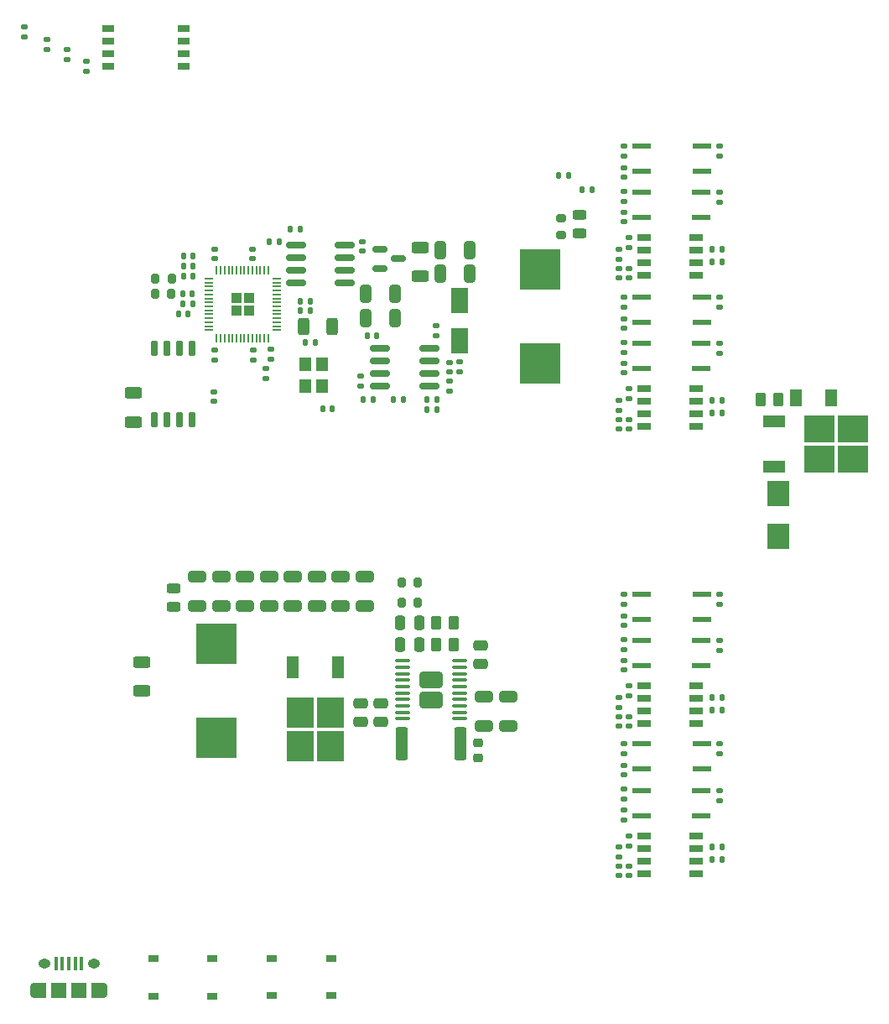
<source format=gbr>
%TF.GenerationSoftware,KiCad,Pcbnew,(6.0.4-0)*%
%TF.CreationDate,2022-08-06T14:41:30-04:00*%
%TF.ProjectId,QuarkCncQuadDriver,51756172-6b43-46e6-9351-756164447269,rev?*%
%TF.SameCoordinates,Original*%
%TF.FileFunction,Paste,Top*%
%TF.FilePolarity,Positive*%
%FSLAX46Y46*%
G04 Gerber Fmt 4.6, Leading zero omitted, Abs format (unit mm)*
G04 Created by KiCad (PCBNEW (6.0.4-0)) date 2022-08-06 14:41:30*
%MOMM*%
%LPD*%
G01*
G04 APERTURE LIST*
G04 Aperture macros list*
%AMRoundRect*
0 Rectangle with rounded corners*
0 $1 Rounding radius*
0 $2 $3 $4 $5 $6 $7 $8 $9 X,Y pos of 4 corners*
0 Add a 4 corners polygon primitive as box body*
4,1,4,$2,$3,$4,$5,$6,$7,$8,$9,$2,$3,0*
0 Add four circle primitives for the rounded corners*
1,1,$1+$1,$2,$3*
1,1,$1+$1,$4,$5*
1,1,$1+$1,$6,$7*
1,1,$1+$1,$8,$9*
0 Add four rect primitives between the rounded corners*
20,1,$1+$1,$2,$3,$4,$5,0*
20,1,$1+$1,$4,$5,$6,$7,0*
20,1,$1+$1,$6,$7,$8,$9,0*
20,1,$1+$1,$8,$9,$2,$3,0*%
G04 Aperture macros list end*
%ADD10RoundRect,0.250000X0.262500X0.450000X-0.262500X0.450000X-0.262500X-0.450000X0.262500X-0.450000X0*%
%ADD11RoundRect,0.250000X0.650000X-0.325000X0.650000X0.325000X-0.650000X0.325000X-0.650000X-0.325000X0*%
%ADD12RoundRect,0.135000X0.135000X0.185000X-0.135000X0.185000X-0.135000X-0.185000X0.135000X-0.185000X0*%
%ADD13R,1.200000X1.400000*%
%ADD14RoundRect,0.135000X-0.185000X0.135000X-0.185000X-0.135000X0.185000X-0.135000X0.185000X0.135000X0*%
%ADD15RoundRect,0.140000X0.140000X0.170000X-0.140000X0.170000X-0.140000X-0.170000X0.140000X-0.170000X0*%
%ADD16RoundRect,0.243750X-0.456250X0.243750X-0.456250X-0.243750X0.456250X-0.243750X0.456250X0.243750X0*%
%ADD17RoundRect,0.200000X-0.200000X-0.275000X0.200000X-0.275000X0.200000X0.275000X-0.200000X0.275000X0*%
%ADD18RoundRect,0.140000X0.170000X-0.140000X0.170000X0.140000X-0.170000X0.140000X-0.170000X-0.140000X0*%
%ADD19RoundRect,0.135000X0.185000X-0.135000X0.185000X0.135000X-0.185000X0.135000X-0.185000X-0.135000X0*%
%ADD20RoundRect,0.250000X-0.262500X-0.450000X0.262500X-0.450000X0.262500X0.450000X-0.262500X0.450000X0*%
%ADD21RoundRect,0.135000X-0.135000X-0.185000X0.135000X-0.185000X0.135000X0.185000X-0.135000X0.185000X0*%
%ADD22RoundRect,0.250000X-0.312500X-0.625000X0.312500X-0.625000X0.312500X0.625000X-0.312500X0.625000X0*%
%ADD23RoundRect,0.250000X-0.325000X-0.650000X0.325000X-0.650000X0.325000X0.650000X-0.325000X0.650000X0*%
%ADD24R,1.800000X2.500000*%
%ADD25RoundRect,0.250000X-0.650000X0.325000X-0.650000X-0.325000X0.650000X-0.325000X0.650000X0.325000X0*%
%ADD26RoundRect,0.140000X-0.170000X0.140000X-0.170000X-0.140000X0.170000X-0.140000X0.170000X0.140000X0*%
%ADD27RoundRect,0.250000X0.475000X-0.250000X0.475000X0.250000X-0.475000X0.250000X-0.475000X-0.250000X0*%
%ADD28RoundRect,0.140000X-0.140000X-0.170000X0.140000X-0.170000X0.140000X0.170000X-0.140000X0.170000X0*%
%ADD29RoundRect,0.041300X0.923700X0.253700X-0.923700X0.253700X-0.923700X-0.253700X0.923700X-0.253700X0*%
%ADD30RoundRect,0.250000X0.625000X-0.312500X0.625000X0.312500X-0.625000X0.312500X-0.625000X-0.312500X0*%
%ADD31R,1.450000X0.800000*%
%ADD32RoundRect,0.150000X-0.825000X-0.150000X0.825000X-0.150000X0.825000X0.150000X-0.825000X0.150000X0*%
%ADD33RoundRect,0.250000X0.292217X-0.292217X0.292217X0.292217X-0.292217X0.292217X-0.292217X-0.292217X0*%
%ADD34RoundRect,0.050000X0.050000X-0.387500X0.050000X0.387500X-0.050000X0.387500X-0.050000X-0.387500X0*%
%ADD35RoundRect,0.050000X0.387500X-0.050000X0.387500X0.050000X-0.387500X0.050000X-0.387500X-0.050000X0*%
%ADD36RoundRect,0.250001X0.899999X0.554999X-0.899999X0.554999X-0.899999X-0.554999X0.899999X-0.554999X0*%
%ADD37RoundRect,0.100000X0.637500X0.100000X-0.637500X0.100000X-0.637500X-0.100000X0.637500X-0.100000X0*%
%ADD38R,3.050000X2.750000*%
%ADD39R,2.200000X1.200000*%
%ADD40R,1.270000X0.762000*%
%ADD41R,2.750000X3.050000*%
%ADD42R,1.200000X2.200000*%
%ADD43R,1.000000X0.750000*%
%ADD44RoundRect,0.250000X-0.625000X0.312500X-0.625000X-0.312500X0.625000X-0.312500X0.625000X0.312500X0*%
%ADD45RoundRect,0.225000X-0.250000X0.225000X-0.250000X-0.225000X0.250000X-0.225000X0.250000X0.225000X0*%
%ADD46R,4.100000X4.100000*%
%ADD47RoundRect,0.200000X-0.275000X0.200000X-0.275000X-0.200000X0.275000X-0.200000X0.275000X0.200000X0*%
%ADD48R,2.300000X2.500000*%
%ADD49O,1.250000X0.950000*%
%ADD50O,0.890000X1.550000*%
%ADD51R,0.400000X1.350000*%
%ADD52R,1.500000X1.550000*%
%ADD53R,1.200000X1.550000*%
%ADD54RoundRect,0.150000X-0.587500X-0.150000X0.587500X-0.150000X0.587500X0.150000X-0.587500X0.150000X0*%
%ADD55RoundRect,0.150000X0.150000X-0.650000X0.150000X0.650000X-0.150000X0.650000X-0.150000X-0.650000X0*%
%ADD56RoundRect,0.250000X-0.250000X-0.475000X0.250000X-0.475000X0.250000X0.475000X-0.250000X0.475000X0*%
%ADD57R,1.300000X1.700000*%
%ADD58RoundRect,0.250000X-0.362500X-1.425000X0.362500X-1.425000X0.362500X1.425000X-0.362500X1.425000X0*%
%ADD59RoundRect,0.250000X-0.475000X0.250000X-0.475000X-0.250000X0.475000X-0.250000X0.475000X0.250000X0*%
G04 APERTURE END LIST*
D10*
%TO.C,R61*%
X120800500Y-70027800D03*
X118975500Y-70027800D03*
%TD*%
D11*
%TO.C,C50*%
X76581000Y-90883000D03*
X76581000Y-87933000D03*
%TD*%
D12*
%TO.C,R42*%
X72519000Y-52832000D03*
X71499000Y-52832000D03*
%TD*%
D13*
%TO.C,Y1*%
X73018200Y-66510800D03*
X73018200Y-68710800D03*
X74718200Y-68710800D03*
X74718200Y-66510800D03*
%TD*%
D11*
%TO.C,C56*%
X78994000Y-90883000D03*
X78994000Y-87933000D03*
%TD*%
D14*
%TO.C,R36*%
X114816000Y-44448000D03*
X114816000Y-45468000D03*
%TD*%
D15*
%TO.C,C23*%
X61671200Y-57559300D03*
X60711200Y-57559300D03*
%TD*%
D10*
%TO.C,R51*%
X88034500Y-94742000D03*
X86209500Y-94742000D03*
%TD*%
D16*
%TO.C,D1*%
X100711000Y-51386500D03*
X100711000Y-53261500D03*
%TD*%
D17*
%TO.C,R56*%
X82741000Y-90551000D03*
X84391000Y-90551000D03*
%TD*%
D18*
%TO.C,C38*%
X87614000Y-67250000D03*
X87614000Y-66290000D03*
%TD*%
D19*
%TO.C,R27*%
X105156000Y-110365000D03*
X105156000Y-109345000D03*
%TD*%
D17*
%TO.C,R44*%
X57889200Y-57813300D03*
X59539200Y-57813300D03*
%TD*%
D19*
%TO.C,R1*%
X50900000Y-36933600D03*
X50900000Y-35913600D03*
%TD*%
D18*
%TO.C,C17*%
X104648000Y-57757000D03*
X104648000Y-56797000D03*
%TD*%
D15*
%TO.C,C30*%
X61615200Y-59337300D03*
X60655200Y-59337300D03*
%TD*%
D12*
%TO.C,R25*%
X115064000Y-116459000D03*
X114044000Y-116459000D03*
%TD*%
D20*
%TO.C,R53*%
X86209500Y-92583000D03*
X88034500Y-92583000D03*
%TD*%
D18*
%TO.C,C4*%
X105664000Y-72997000D03*
X105664000Y-72037000D03*
%TD*%
D21*
%TO.C,R49*%
X85326000Y-71088000D03*
X86346000Y-71088000D03*
%TD*%
D18*
%TO.C,C12*%
X105664000Y-118082000D03*
X105664000Y-117122000D03*
%TD*%
D22*
%TO.C,R41*%
X72832500Y-62661800D03*
X75757500Y-62661800D03*
%TD*%
D15*
%TO.C,C25*%
X61643200Y-60353300D03*
X60683200Y-60353300D03*
%TD*%
D23*
%TO.C,C41*%
X86647000Y-54991000D03*
X89597000Y-54991000D03*
%TD*%
D14*
%TO.C,R8*%
X105164000Y-59688000D03*
X105164000Y-60708000D03*
%TD*%
D24*
%TO.C,D2*%
X88630000Y-64071000D03*
X88630000Y-60071000D03*
%TD*%
D18*
%TO.C,C15*%
X105156000Y-52104000D03*
X105156000Y-51144000D03*
%TD*%
D12*
%TO.C,R10*%
X115064000Y-70104000D03*
X114044000Y-70104000D03*
%TD*%
D14*
%TO.C,R32*%
X105164000Y-44448000D03*
X105164000Y-45468000D03*
%TD*%
%TO.C,R28*%
X114816000Y-104773000D03*
X114816000Y-105793000D03*
%TD*%
%TO.C,R14*%
X105664000Y-68959000D03*
X105664000Y-69979000D03*
%TD*%
D12*
%TO.C,R26*%
X115064000Y-115189000D03*
X114044000Y-115189000D03*
%TD*%
D25*
%TO.C,C42*%
X91059000Y-99998000D03*
X91059000Y-102948000D03*
%TD*%
D19*
%TO.C,R3*%
X46946000Y-34749200D03*
X46946000Y-33729200D03*
%TD*%
D26*
%TO.C,C27*%
X67791300Y-65072100D03*
X67791300Y-66032100D03*
%TD*%
%TO.C,C26*%
X63858200Y-65080300D03*
X63858200Y-66040300D03*
%TD*%
D23*
%TO.C,C34*%
X79154000Y-59404000D03*
X82104000Y-59404000D03*
%TD*%
D26*
%TO.C,R40*%
X63756200Y-69237281D03*
X63756200Y-70197281D03*
%TD*%
D27*
%TO.C,C44*%
X90678000Y-96708000D03*
X90678000Y-94808000D03*
%TD*%
D18*
%TO.C,C9*%
X104648000Y-102969000D03*
X104648000Y-102009000D03*
%TD*%
D28*
%TO.C,C20*%
X73053000Y-64262000D03*
X74013000Y-64262000D03*
%TD*%
D11*
%TO.C,C57*%
X62103000Y-90883000D03*
X62103000Y-87933000D03*
%TD*%
D23*
%TO.C,C40*%
X86647000Y-57372000D03*
X89597000Y-57372000D03*
%TD*%
D26*
%TO.C,C14*%
X105164000Y-106962000D03*
X105164000Y-107922000D03*
%TD*%
D29*
%TO.C,U5*%
X113030000Y-62230000D03*
X113030000Y-59690000D03*
X106950000Y-59690000D03*
X106950000Y-62230000D03*
%TD*%
%TO.C,U13*%
X113022000Y-112014000D03*
X113022000Y-109474000D03*
X106942000Y-109474000D03*
X106942000Y-112014000D03*
%TD*%
D18*
%TO.C,C16*%
X105664000Y-57757000D03*
X105664000Y-56797000D03*
%TD*%
%TO.C,C5*%
X104648000Y-72997000D03*
X104648000Y-72037000D03*
%TD*%
D30*
%TO.C,R59*%
X84582000Y-57596500D03*
X84582000Y-54671500D03*
%TD*%
D31*
%TO.C,U15*%
X112480000Y-117856000D03*
X112480000Y-116586000D03*
X112480000Y-115316000D03*
X112480000Y-114046000D03*
X107230000Y-114046000D03*
X107230000Y-115316000D03*
X107230000Y-116586000D03*
X107230000Y-117856000D03*
%TD*%
D12*
%TO.C,R33*%
X115064000Y-56134000D03*
X114044000Y-56134000D03*
%TD*%
D26*
%TO.C,C37*%
X87614000Y-68195000D03*
X87614000Y-69155000D03*
%TD*%
D19*
%TO.C,R35*%
X105156000Y-50040000D03*
X105156000Y-49020000D03*
%TD*%
D32*
%TO.C,U24*%
X80567000Y-64865000D03*
X80567000Y-66135000D03*
X80567000Y-67405000D03*
X80567000Y-68675000D03*
X85517000Y-68675000D03*
X85517000Y-67405000D03*
X85517000Y-66135000D03*
X85517000Y-64865000D03*
%TD*%
D18*
%TO.C,C39*%
X86233000Y-63571000D03*
X86233000Y-62611000D03*
%TD*%
%TO.C,C13*%
X104648000Y-118082000D03*
X104648000Y-117122000D03*
%TD*%
D29*
%TO.C,U11*%
X113030000Y-92202000D03*
X113030000Y-89662000D03*
X106950000Y-89662000D03*
X106950000Y-92202000D03*
%TD*%
%TO.C,U10*%
X113022000Y-96901000D03*
X113022000Y-94361000D03*
X106942000Y-94361000D03*
X106942000Y-96901000D03*
%TD*%
D12*
%TO.C,R18*%
X115064000Y-100076000D03*
X114044000Y-100076000D03*
%TD*%
D15*
%TO.C,C28*%
X61671200Y-55527300D03*
X60711200Y-55527300D03*
%TD*%
D11*
%TO.C,C55*%
X71755000Y-90883000D03*
X71755000Y-87933000D03*
%TD*%
D33*
%TO.C,U23*%
X66044700Y-59799800D03*
X67319700Y-59799800D03*
X66044700Y-61074800D03*
X67319700Y-61074800D03*
D34*
X64082200Y-63874800D03*
X64482200Y-63874800D03*
X64882200Y-63874800D03*
X65282200Y-63874800D03*
X65682200Y-63874800D03*
X66082200Y-63874800D03*
X66482200Y-63874800D03*
X66882200Y-63874800D03*
X67282200Y-63874800D03*
X67682200Y-63874800D03*
X68082200Y-63874800D03*
X68482200Y-63874800D03*
X68882200Y-63874800D03*
X69282200Y-63874800D03*
D35*
X70119700Y-63037300D03*
X70119700Y-62637300D03*
X70119700Y-62237300D03*
X70119700Y-61837300D03*
X70119700Y-61437300D03*
X70119700Y-61037300D03*
X70119700Y-60637300D03*
X70119700Y-60237300D03*
X70119700Y-59837300D03*
X70119700Y-59437300D03*
X70119700Y-59037300D03*
X70119700Y-58637300D03*
X70119700Y-58237300D03*
X70119700Y-57837300D03*
D34*
X69282200Y-56999800D03*
X68882200Y-56999800D03*
X68482200Y-56999800D03*
X68082200Y-56999800D03*
X67682200Y-56999800D03*
X67282200Y-56999800D03*
X66882200Y-56999800D03*
X66482200Y-56999800D03*
X66082200Y-56999800D03*
X65682200Y-56999800D03*
X65282200Y-56999800D03*
X64882200Y-56999800D03*
X64482200Y-56999800D03*
X64082200Y-56999800D03*
D35*
X63244700Y-57837300D03*
X63244700Y-58237300D03*
X63244700Y-58637300D03*
X63244700Y-59037300D03*
X63244700Y-59437300D03*
X63244700Y-59837300D03*
X63244700Y-60237300D03*
X63244700Y-60637300D03*
X63244700Y-61037300D03*
X63244700Y-61437300D03*
X63244700Y-61837300D03*
X63244700Y-62237300D03*
X63244700Y-62637300D03*
X63244700Y-63037300D03*
%TD*%
D11*
%TO.C,C51*%
X74168000Y-90883000D03*
X74168000Y-87933000D03*
%TD*%
D36*
%TO.C,U25*%
X85725000Y-98314000D03*
X85725000Y-100314000D03*
D37*
X88587500Y-102239000D03*
X88587500Y-101589000D03*
X88587500Y-100939000D03*
X88587500Y-100289000D03*
X88587500Y-99639000D03*
X88587500Y-98989000D03*
X88587500Y-98339000D03*
X88587500Y-97689000D03*
X88587500Y-97039000D03*
X88587500Y-96389000D03*
X82862500Y-96389000D03*
X82862500Y-97039000D03*
X82862500Y-97689000D03*
X82862500Y-98339000D03*
X82862500Y-98989000D03*
X82862500Y-99639000D03*
X82862500Y-100289000D03*
X82862500Y-100939000D03*
X82862500Y-101589000D03*
X82862500Y-102239000D03*
%TD*%
D29*
%TO.C,U16*%
X113022000Y-51689000D03*
X113022000Y-49149000D03*
X106942000Y-49149000D03*
X106942000Y-51689000D03*
%TD*%
D26*
%TO.C,C10*%
X105164000Y-91849000D03*
X105164000Y-92809000D03*
%TD*%
D23*
%TO.C,C33*%
X79154000Y-61817000D03*
X82104000Y-61817000D03*
%TD*%
D14*
%TO.C,R30*%
X105664000Y-114044000D03*
X105664000Y-115064000D03*
%TD*%
D15*
%TO.C,C19*%
X75738200Y-70993000D03*
X74778200Y-70993000D03*
%TD*%
D21*
%TO.C,R57*%
X69390800Y-54102000D03*
X70410800Y-54102000D03*
%TD*%
D28*
%TO.C,C24*%
X72545000Y-60096400D03*
X73505000Y-60096400D03*
%TD*%
D30*
%TO.C,R39*%
X55651400Y-72303100D03*
X55651400Y-69378100D03*
%TD*%
D32*
%TO.C,U26*%
X72074000Y-54483000D03*
X72074000Y-55753000D03*
X72074000Y-57023000D03*
X72074000Y-58293000D03*
X77024000Y-58293000D03*
X77024000Y-57023000D03*
X77024000Y-55753000D03*
X77024000Y-54483000D03*
%TD*%
D19*
%TO.C,R4*%
X69011800Y-67947000D03*
X69011800Y-66927000D03*
%TD*%
D38*
%TO.C,Q1*%
X124935800Y-72998600D03*
X124935800Y-76048600D03*
X128285800Y-76048600D03*
X128285800Y-72998600D03*
D39*
X120310800Y-72243600D03*
X120310800Y-76803600D03*
%TD*%
D40*
%TO.C,SW3*%
X53090000Y-32595000D03*
X53090000Y-33865000D03*
X53090000Y-35135000D03*
X53090000Y-36405000D03*
X60710000Y-36405000D03*
X60710000Y-35135000D03*
X60710000Y-33865000D03*
X60710000Y-32595000D03*
%TD*%
D41*
%TO.C,D4*%
X72516000Y-104994000D03*
X75566000Y-101644000D03*
X72516000Y-101644000D03*
X75566000Y-104994000D03*
D42*
X71761000Y-97019000D03*
X76321000Y-97019000D03*
%TD*%
D31*
%TO.C,U12*%
X112480000Y-102743000D03*
X112480000Y-101473000D03*
X112480000Y-100203000D03*
X112480000Y-98933000D03*
X107230000Y-98933000D03*
X107230000Y-100203000D03*
X107230000Y-101473000D03*
X107230000Y-102743000D03*
%TD*%
D43*
%TO.C,SW2*%
X75669400Y-130170400D03*
X75669400Y-126420400D03*
X69669400Y-126420400D03*
X69669400Y-130170400D03*
%TD*%
D19*
%TO.C,R2*%
X49003400Y-35790600D03*
X49003400Y-34770600D03*
%TD*%
%TO.C,R11*%
X105156000Y-65280000D03*
X105156000Y-64260000D03*
%TD*%
D28*
%TO.C,C35*%
X79260000Y-63595000D03*
X80220000Y-63595000D03*
%TD*%
D15*
%TO.C,C31*%
X61671200Y-56543300D03*
X60711200Y-56543300D03*
%TD*%
D18*
%TO.C,C58*%
X78740000Y-55062000D03*
X78740000Y-54102000D03*
%TD*%
D12*
%TO.C,R34*%
X115064000Y-54864000D03*
X114044000Y-54864000D03*
%TD*%
D11*
%TO.C,C54*%
X69342000Y-90883000D03*
X69342000Y-87933000D03*
%TD*%
D14*
%TO.C,R48*%
X88630000Y-66260000D03*
X88630000Y-67280000D03*
%TD*%
D19*
%TO.C,R23*%
X114808000Y-110492000D03*
X114808000Y-109472000D03*
%TD*%
D14*
%TO.C,R20*%
X114816000Y-89660000D03*
X114816000Y-90680000D03*
%TD*%
%TO.C,R38*%
X105664000Y-53719000D03*
X105664000Y-54739000D03*
%TD*%
D29*
%TO.C,U4*%
X113022000Y-66929000D03*
X113022000Y-64389000D03*
X106942000Y-64389000D03*
X106942000Y-66929000D03*
%TD*%
D11*
%TO.C,C53*%
X66929000Y-90883000D03*
X66929000Y-87933000D03*
%TD*%
D18*
%TO.C,C3*%
X105156000Y-67344000D03*
X105156000Y-66384000D03*
%TD*%
D19*
%TO.C,R19*%
X105156000Y-95252000D03*
X105156000Y-94232000D03*
%TD*%
D18*
%TO.C,C8*%
X105664000Y-102969000D03*
X105664000Y-102009000D03*
%TD*%
%TO.C,C11*%
X105156000Y-112429000D03*
X105156000Y-111469000D03*
%TD*%
D44*
%TO.C,R52*%
X56515000Y-96516000D03*
X56515000Y-99441000D03*
%TD*%
D12*
%TO.C,R60*%
X101983000Y-48895000D03*
X100963000Y-48895000D03*
%TD*%
D19*
%TO.C,R21*%
X104648000Y-101094000D03*
X104648000Y-100074000D03*
%TD*%
D14*
%TO.C,R12*%
X114816000Y-59688000D03*
X114816000Y-60708000D03*
%TD*%
%TO.C,R24*%
X105164000Y-104773000D03*
X105164000Y-105793000D03*
%TD*%
D28*
%TO.C,C36*%
X81927000Y-70072000D03*
X82887000Y-70072000D03*
%TD*%
D45*
%TO.C,C46*%
X90424000Y-104635000D03*
X90424000Y-106185000D03*
%TD*%
D19*
%TO.C,R31*%
X114808000Y-50167000D03*
X114808000Y-49147000D03*
%TD*%
D46*
%TO.C,L1*%
X96758000Y-66440000D03*
X96758000Y-56940000D03*
%TD*%
D21*
%TO.C,R47*%
X78851000Y-70072000D03*
X79871000Y-70072000D03*
%TD*%
D25*
%TO.C,C43*%
X93472000Y-99998000D03*
X93472000Y-102948000D03*
%TD*%
D19*
%TO.C,R15*%
X114808000Y-95379000D03*
X114808000Y-94359000D03*
%TD*%
D15*
%TO.C,C22*%
X61188200Y-61369300D03*
X60228200Y-61369300D03*
%TD*%
D29*
%TO.C,U14*%
X113030000Y-107315000D03*
X113030000Y-104775000D03*
X106950000Y-104775000D03*
X106950000Y-107315000D03*
%TD*%
D19*
%TO.C,R7*%
X114808000Y-65407000D03*
X114808000Y-64387000D03*
%TD*%
D11*
%TO.C,C52*%
X64516000Y-90883000D03*
X64516000Y-87933000D03*
%TD*%
D14*
%TO.C,R16*%
X105164000Y-89660000D03*
X105164000Y-90680000D03*
%TD*%
D19*
%TO.C,R29*%
X104648000Y-116207000D03*
X104648000Y-115187000D03*
%TD*%
D46*
%TO.C,L2*%
X64014000Y-104182000D03*
X64014000Y-94682000D03*
%TD*%
D47*
%TO.C,R45*%
X98806000Y-51753000D03*
X98806000Y-53403000D03*
%TD*%
D19*
%TO.C,R13*%
X104648000Y-71122000D03*
X104648000Y-70102000D03*
%TD*%
D17*
%TO.C,R43*%
X57826200Y-59337300D03*
X59476200Y-59337300D03*
%TD*%
D31*
%TO.C,U6*%
X112480000Y-72771000D03*
X112480000Y-71501000D03*
X112480000Y-70231000D03*
X112480000Y-68961000D03*
X107230000Y-68961000D03*
X107230000Y-70231000D03*
X107230000Y-71501000D03*
X107230000Y-72771000D03*
%TD*%
D14*
%TO.C,R22*%
X105664000Y-98931000D03*
X105664000Y-99951000D03*
%TD*%
D27*
%TO.C,C48*%
X80645000Y-102550000D03*
X80645000Y-100650000D03*
%TD*%
D26*
%TO.C,C6*%
X105164000Y-61877000D03*
X105164000Y-62837000D03*
%TD*%
D31*
%TO.C,U18*%
X112480000Y-57531000D03*
X112480000Y-56261000D03*
X112480000Y-54991000D03*
X112480000Y-53721000D03*
X107230000Y-53721000D03*
X107230000Y-54991000D03*
X107230000Y-56261000D03*
X107230000Y-57531000D03*
%TD*%
D48*
%TO.C,D7*%
X120751600Y-83836400D03*
X120751600Y-79536400D03*
%TD*%
D49*
%TO.C,J3*%
X51649000Y-126947000D03*
X46649000Y-126947000D03*
D50*
X52649000Y-129647000D03*
X45649000Y-129647000D03*
D51*
X47849000Y-126947000D03*
X48499000Y-126947000D03*
X49149000Y-126947000D03*
X49799000Y-126947000D03*
X50449000Y-126947000D03*
D52*
X50149000Y-129647000D03*
X48149000Y-129647000D03*
D53*
X46249000Y-129647000D03*
X52049000Y-129647000D03*
%TD*%
D54*
%TO.C,D5*%
X80571100Y-54904600D03*
X80571100Y-56804600D03*
X82446100Y-55854600D03*
%TD*%
D28*
%TO.C,C32*%
X72547600Y-61036200D03*
X73507600Y-61036200D03*
%TD*%
D18*
%TO.C,C7*%
X105156000Y-97316000D03*
X105156000Y-96356000D03*
%TD*%
D16*
%TO.C,D3*%
X59690000Y-89105500D03*
X59690000Y-90980500D03*
%TD*%
D18*
%TO.C,C21*%
X63883200Y-55852000D03*
X63883200Y-54892000D03*
%TD*%
D17*
%TO.C,R55*%
X82741000Y-88519000D03*
X84391000Y-88519000D03*
%TD*%
D12*
%TO.C,R50*%
X86346000Y-70072000D03*
X85326000Y-70072000D03*
%TD*%
D55*
%TO.C,U22*%
X57787200Y-72047281D03*
X59057200Y-72047281D03*
X60327200Y-72047281D03*
X61597200Y-72047281D03*
X61597200Y-64847281D03*
X60327200Y-64847281D03*
X59057200Y-64847281D03*
X57787200Y-64847281D03*
%TD*%
D12*
%TO.C,R9*%
X115064000Y-71374000D03*
X114044000Y-71374000D03*
%TD*%
D18*
%TO.C,C29*%
X67668200Y-55852300D03*
X67668200Y-54892300D03*
%TD*%
D56*
%TO.C,C47*%
X82616000Y-92583000D03*
X84516000Y-92583000D03*
%TD*%
D12*
%TO.C,R17*%
X115064000Y-101346000D03*
X114044000Y-101346000D03*
%TD*%
D43*
%TO.C,SW1*%
X63655200Y-126445800D03*
X63655200Y-130195800D03*
X57655200Y-130195800D03*
X57655200Y-126445800D03*
%TD*%
D19*
%TO.C,R6*%
X44660000Y-33504600D03*
X44660000Y-32484600D03*
%TD*%
D26*
%TO.C,C18*%
X105164000Y-46637000D03*
X105164000Y-47597000D03*
%TD*%
D12*
%TO.C,R58*%
X99646200Y-47447200D03*
X98626200Y-47447200D03*
%TD*%
D14*
%TO.C,R46*%
X78597000Y-67657000D03*
X78597000Y-68677000D03*
%TD*%
D19*
%TO.C,R5*%
X69519800Y-66016600D03*
X69519800Y-64996600D03*
%TD*%
%TO.C,R37*%
X104648000Y-55882000D03*
X104648000Y-54862000D03*
%TD*%
D57*
%TO.C,D6*%
X126085600Y-69847400D03*
X122585600Y-69847400D03*
%TD*%
D29*
%TO.C,U17*%
X113030000Y-46990000D03*
X113030000Y-44450000D03*
X106950000Y-44450000D03*
X106950000Y-46990000D03*
%TD*%
D56*
%TO.C,C45*%
X82616000Y-94742000D03*
X84516000Y-94742000D03*
%TD*%
D58*
%TO.C,R54*%
X82762500Y-104775000D03*
X88687500Y-104775000D03*
%TD*%
D59*
%TO.C,C49*%
X78613000Y-100650000D03*
X78613000Y-102550000D03*
%TD*%
M02*

</source>
